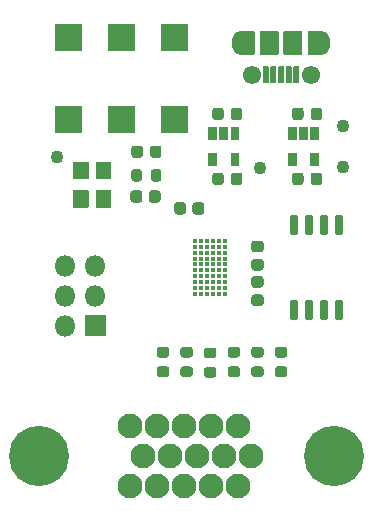
<source format=gbr>
G04 #@! TF.GenerationSoftware,KiCad,Pcbnew,5.1.10-88a1d61d58~88~ubuntu20.04.1*
G04 #@! TF.CreationDate,2021-08-11T17:06:45+02:00*
G04 #@! TF.ProjectId,carrier,63617272-6965-4722-9e6b-696361645f70,0.1*
G04 #@! TF.SameCoordinates,Original*
G04 #@! TF.FileFunction,Soldermask,Top*
G04 #@! TF.FilePolarity,Negative*
%FSLAX46Y46*%
G04 Gerber Fmt 4.6, Leading zero omitted, Abs format (unit mm)*
G04 Created by KiCad (PCBNEW 5.1.10-88a1d61d58~88~ubuntu20.04.1) date 2021-08-11 17:06:45*
%MOMM*%
%LPD*%
G01*
G04 APERTURE LIST*
%ADD10O,1.800000X1.800000*%
%ADD11C,2.100000*%
%ADD12C,5.100000*%
%ADD13C,0.370000*%
%ADD14C,1.550000*%
%ADD15O,1.300000X2.000000*%
%ADD16C,1.100000*%
G04 APERTURE END LIST*
G04 #@! TO.C,J1*
G36*
G01*
X42910000Y-85070000D02*
X42910000Y-86770000D01*
G75*
G02*
X42860000Y-86820000I-50000J0D01*
G01*
X41160000Y-86820000D01*
G75*
G02*
X41110000Y-86770000I0J50000D01*
G01*
X41110000Y-85070000D01*
G75*
G02*
X41160000Y-85020000I50000J0D01*
G01*
X42860000Y-85020000D01*
G75*
G02*
X42910000Y-85070000I0J-50000D01*
G01*
G37*
D10*
X39470000Y-85920000D03*
X42010000Y-83380000D03*
X39470000Y-83380000D03*
X42010000Y-80840000D03*
X39470000Y-80840000D03*
G04 #@! TD*
D11*
G04 #@! TO.C,J2*
X52911000Y-97000000D03*
X50625000Y-97000000D03*
X55197000Y-97000000D03*
X48339000Y-97000000D03*
X46053000Y-97000000D03*
X49480000Y-94460000D03*
X44908000Y-94460000D03*
X54052000Y-94460000D03*
X47194000Y-94460000D03*
X51766000Y-94460000D03*
X44908000Y-99540000D03*
X47194000Y-99540000D03*
X49480000Y-99540000D03*
X51766000Y-99540000D03*
X54052000Y-99540000D03*
D12*
X37235000Y-97000000D03*
X62225000Y-97000000D03*
G04 #@! TD*
D13*
G04 #@! TO.C,ASIC1*
X50480000Y-78750000D03*
X50980000Y-78750000D03*
X51480000Y-78750000D03*
X51980000Y-78750000D03*
X52480000Y-78750000D03*
X52980000Y-78750000D03*
X50480000Y-79250000D03*
X50980000Y-79250000D03*
X51480000Y-79250000D03*
X51980000Y-79250000D03*
X52480000Y-79250000D03*
X52980000Y-79250000D03*
X50480000Y-79750000D03*
X50980000Y-79750000D03*
X51480000Y-79750000D03*
X51980000Y-79750000D03*
X52480000Y-79750000D03*
X52980000Y-79750000D03*
X50480000Y-80250000D03*
X50980000Y-80250000D03*
X51480000Y-80250000D03*
X51980000Y-80250000D03*
X52480000Y-80250000D03*
X52980000Y-80250000D03*
X50480000Y-80750000D03*
X50980000Y-80750000D03*
X51480000Y-80750000D03*
X51980000Y-80750000D03*
X52480000Y-80750000D03*
X52980000Y-80750000D03*
X50480000Y-81250000D03*
X50980000Y-81250000D03*
X51480000Y-81250000D03*
X51980000Y-81250000D03*
X52480000Y-81250000D03*
X52980000Y-81250000D03*
X50480000Y-81750000D03*
X50980000Y-81750000D03*
X51480000Y-81750000D03*
X51980000Y-81750000D03*
X52480000Y-81750000D03*
X52980000Y-81750000D03*
X50480000Y-82250000D03*
X50980000Y-82250000D03*
X51480000Y-82250000D03*
X51980000Y-82250000D03*
X52480000Y-82250000D03*
X52980000Y-82250000D03*
X50480000Y-82750000D03*
X50980000Y-82750000D03*
X51480000Y-82750000D03*
X51980000Y-82750000D03*
X52480000Y-82750000D03*
X52980000Y-82750000D03*
X50480000Y-83250000D03*
X50980000Y-83250000D03*
X51480000Y-83250000D03*
X51980000Y-83250000D03*
X52480000Y-83250000D03*
X52980000Y-83250000D03*
G04 #@! TD*
G04 #@! TO.C,U2*
G36*
G01*
X59000000Y-78250000D02*
X58650000Y-78250000D01*
G75*
G02*
X58475000Y-78075000I0J175000D01*
G01*
X58475000Y-76725000D01*
G75*
G02*
X58650000Y-76550000I175000J0D01*
G01*
X59000000Y-76550000D01*
G75*
G02*
X59175000Y-76725000I0J-175000D01*
G01*
X59175000Y-78075000D01*
G75*
G02*
X59000000Y-78250000I-175000J0D01*
G01*
G37*
G36*
G01*
X60270000Y-78250000D02*
X59920000Y-78250000D01*
G75*
G02*
X59745000Y-78075000I0J175000D01*
G01*
X59745000Y-76725000D01*
G75*
G02*
X59920000Y-76550000I175000J0D01*
G01*
X60270000Y-76550000D01*
G75*
G02*
X60445000Y-76725000I0J-175000D01*
G01*
X60445000Y-78075000D01*
G75*
G02*
X60270000Y-78250000I-175000J0D01*
G01*
G37*
G36*
G01*
X61540000Y-78250000D02*
X61190000Y-78250000D01*
G75*
G02*
X61015000Y-78075000I0J175000D01*
G01*
X61015000Y-76725000D01*
G75*
G02*
X61190000Y-76550000I175000J0D01*
G01*
X61540000Y-76550000D01*
G75*
G02*
X61715000Y-76725000I0J-175000D01*
G01*
X61715000Y-78075000D01*
G75*
G02*
X61540000Y-78250000I-175000J0D01*
G01*
G37*
G36*
G01*
X62810000Y-78250000D02*
X62460000Y-78250000D01*
G75*
G02*
X62285000Y-78075000I0J175000D01*
G01*
X62285000Y-76725000D01*
G75*
G02*
X62460000Y-76550000I175000J0D01*
G01*
X62810000Y-76550000D01*
G75*
G02*
X62985000Y-76725000I0J-175000D01*
G01*
X62985000Y-78075000D01*
G75*
G02*
X62810000Y-78250000I-175000J0D01*
G01*
G37*
G36*
G01*
X62810000Y-85450000D02*
X62460000Y-85450000D01*
G75*
G02*
X62285000Y-85275000I0J175000D01*
G01*
X62285000Y-83925000D01*
G75*
G02*
X62460000Y-83750000I175000J0D01*
G01*
X62810000Y-83750000D01*
G75*
G02*
X62985000Y-83925000I0J-175000D01*
G01*
X62985000Y-85275000D01*
G75*
G02*
X62810000Y-85450000I-175000J0D01*
G01*
G37*
G36*
G01*
X61540000Y-85450000D02*
X61190000Y-85450000D01*
G75*
G02*
X61015000Y-85275000I0J175000D01*
G01*
X61015000Y-83925000D01*
G75*
G02*
X61190000Y-83750000I175000J0D01*
G01*
X61540000Y-83750000D01*
G75*
G02*
X61715000Y-83925000I0J-175000D01*
G01*
X61715000Y-85275000D01*
G75*
G02*
X61540000Y-85450000I-175000J0D01*
G01*
G37*
G36*
G01*
X60270000Y-85450000D02*
X59920000Y-85450000D01*
G75*
G02*
X59745000Y-85275000I0J175000D01*
G01*
X59745000Y-83925000D01*
G75*
G02*
X59920000Y-83750000I175000J0D01*
G01*
X60270000Y-83750000D01*
G75*
G02*
X60445000Y-83925000I0J-175000D01*
G01*
X60445000Y-85275000D01*
G75*
G02*
X60270000Y-85450000I-175000J0D01*
G01*
G37*
G36*
G01*
X59000000Y-85450000D02*
X58650000Y-85450000D01*
G75*
G02*
X58475000Y-85275000I0J175000D01*
G01*
X58475000Y-83925000D01*
G75*
G02*
X58650000Y-83750000I175000J0D01*
G01*
X59000000Y-83750000D01*
G75*
G02*
X59175000Y-83925000I0J-175000D01*
G01*
X59175000Y-85275000D01*
G75*
G02*
X59000000Y-85450000I-175000J0D01*
G01*
G37*
G04 #@! TD*
G04 #@! TO.C,U6*
G36*
G01*
X53505000Y-71270000D02*
X54155000Y-71270000D01*
G75*
G02*
X54205000Y-71320000I0J-50000D01*
G01*
X54205000Y-72380000D01*
G75*
G02*
X54155000Y-72430000I-50000J0D01*
G01*
X53505000Y-72430000D01*
G75*
G02*
X53455000Y-72380000I0J50000D01*
G01*
X53455000Y-71320000D01*
G75*
G02*
X53505000Y-71270000I50000J0D01*
G01*
G37*
G36*
G01*
X51605000Y-71270000D02*
X52255000Y-71270000D01*
G75*
G02*
X52305000Y-71320000I0J-50000D01*
G01*
X52305000Y-72380000D01*
G75*
G02*
X52255000Y-72430000I-50000J0D01*
G01*
X51605000Y-72430000D01*
G75*
G02*
X51555000Y-72380000I0J50000D01*
G01*
X51555000Y-71320000D01*
G75*
G02*
X51605000Y-71270000I50000J0D01*
G01*
G37*
G36*
G01*
X51605000Y-69070000D02*
X52255000Y-69070000D01*
G75*
G02*
X52305000Y-69120000I0J-50000D01*
G01*
X52305000Y-70180000D01*
G75*
G02*
X52255000Y-70230000I-50000J0D01*
G01*
X51605000Y-70230000D01*
G75*
G02*
X51555000Y-70180000I0J50000D01*
G01*
X51555000Y-69120000D01*
G75*
G02*
X51605000Y-69070000I50000J0D01*
G01*
G37*
G36*
G01*
X52555000Y-69070000D02*
X53205000Y-69070000D01*
G75*
G02*
X53255000Y-69120000I0J-50000D01*
G01*
X53255000Y-70180000D01*
G75*
G02*
X53205000Y-70230000I-50000J0D01*
G01*
X52555000Y-70230000D01*
G75*
G02*
X52505000Y-70180000I0J50000D01*
G01*
X52505000Y-69120000D01*
G75*
G02*
X52555000Y-69070000I50000J0D01*
G01*
G37*
G36*
G01*
X53505000Y-69070000D02*
X54155000Y-69070000D01*
G75*
G02*
X54205000Y-69120000I0J-50000D01*
G01*
X54205000Y-70180000D01*
G75*
G02*
X54155000Y-70230000I-50000J0D01*
G01*
X53505000Y-70230000D01*
G75*
G02*
X53455000Y-70180000I0J50000D01*
G01*
X53455000Y-69120000D01*
G75*
G02*
X53505000Y-69070000I50000J0D01*
G01*
G37*
G04 #@! TD*
G04 #@! TO.C,U5*
G36*
G01*
X60255000Y-71270000D02*
X60905000Y-71270000D01*
G75*
G02*
X60955000Y-71320000I0J-50000D01*
G01*
X60955000Y-72380000D01*
G75*
G02*
X60905000Y-72430000I-50000J0D01*
G01*
X60255000Y-72430000D01*
G75*
G02*
X60205000Y-72380000I0J50000D01*
G01*
X60205000Y-71320000D01*
G75*
G02*
X60255000Y-71270000I50000J0D01*
G01*
G37*
G36*
G01*
X58355000Y-71270000D02*
X59005000Y-71270000D01*
G75*
G02*
X59055000Y-71320000I0J-50000D01*
G01*
X59055000Y-72380000D01*
G75*
G02*
X59005000Y-72430000I-50000J0D01*
G01*
X58355000Y-72430000D01*
G75*
G02*
X58305000Y-72380000I0J50000D01*
G01*
X58305000Y-71320000D01*
G75*
G02*
X58355000Y-71270000I50000J0D01*
G01*
G37*
G36*
G01*
X58355000Y-69070000D02*
X59005000Y-69070000D01*
G75*
G02*
X59055000Y-69120000I0J-50000D01*
G01*
X59055000Y-70180000D01*
G75*
G02*
X59005000Y-70230000I-50000J0D01*
G01*
X58355000Y-70230000D01*
G75*
G02*
X58305000Y-70180000I0J50000D01*
G01*
X58305000Y-69120000D01*
G75*
G02*
X58355000Y-69070000I50000J0D01*
G01*
G37*
G36*
G01*
X59305000Y-69070000D02*
X59955000Y-69070000D01*
G75*
G02*
X60005000Y-69120000I0J-50000D01*
G01*
X60005000Y-70180000D01*
G75*
G02*
X59955000Y-70230000I-50000J0D01*
G01*
X59305000Y-70230000D01*
G75*
G02*
X59255000Y-70180000I0J50000D01*
G01*
X59255000Y-69120000D01*
G75*
G02*
X59305000Y-69070000I50000J0D01*
G01*
G37*
G36*
G01*
X60255000Y-69070000D02*
X60905000Y-69070000D01*
G75*
G02*
X60955000Y-69120000I0J-50000D01*
G01*
X60955000Y-70180000D01*
G75*
G02*
X60905000Y-70230000I-50000J0D01*
G01*
X60255000Y-70230000D01*
G75*
G02*
X60205000Y-70180000I0J50000D01*
G01*
X60205000Y-69120000D01*
G75*
G02*
X60255000Y-69070000I50000J0D01*
G01*
G37*
G04 #@! TD*
G04 #@! TO.C,C7*
G36*
G01*
X52880000Y-73218750D02*
X52880000Y-73781250D01*
G75*
G02*
X52636250Y-74025000I-243750J0D01*
G01*
X52148750Y-74025000D01*
G75*
G02*
X51905000Y-73781250I0J243750D01*
G01*
X51905000Y-73218750D01*
G75*
G02*
X52148750Y-72975000I243750J0D01*
G01*
X52636250Y-72975000D01*
G75*
G02*
X52880000Y-73218750I0J-243750D01*
G01*
G37*
G36*
G01*
X54455000Y-73218750D02*
X54455000Y-73781250D01*
G75*
G02*
X54211250Y-74025000I-243750J0D01*
G01*
X53723750Y-74025000D01*
G75*
G02*
X53480000Y-73781250I0J243750D01*
G01*
X53480000Y-73218750D01*
G75*
G02*
X53723750Y-72975000I243750J0D01*
G01*
X54211250Y-72975000D01*
G75*
G02*
X54455000Y-73218750I0J-243750D01*
G01*
G37*
G04 #@! TD*
G04 #@! TO.C,C5*
G36*
G01*
X52880000Y-67718750D02*
X52880000Y-68281250D01*
G75*
G02*
X52636250Y-68525000I-243750J0D01*
G01*
X52148750Y-68525000D01*
G75*
G02*
X51905000Y-68281250I0J243750D01*
G01*
X51905000Y-67718750D01*
G75*
G02*
X52148750Y-67475000I243750J0D01*
G01*
X52636250Y-67475000D01*
G75*
G02*
X52880000Y-67718750I0J-243750D01*
G01*
G37*
G36*
G01*
X54455000Y-67718750D02*
X54455000Y-68281250D01*
G75*
G02*
X54211250Y-68525000I-243750J0D01*
G01*
X53723750Y-68525000D01*
G75*
G02*
X53480000Y-68281250I0J243750D01*
G01*
X53480000Y-67718750D01*
G75*
G02*
X53723750Y-67475000I243750J0D01*
G01*
X54211250Y-67475000D01*
G75*
G02*
X54455000Y-67718750I0J-243750D01*
G01*
G37*
G04 #@! TD*
G04 #@! TO.C,C3*
G36*
G01*
X59630000Y-73218750D02*
X59630000Y-73781250D01*
G75*
G02*
X59386250Y-74025000I-243750J0D01*
G01*
X58898750Y-74025000D01*
G75*
G02*
X58655000Y-73781250I0J243750D01*
G01*
X58655000Y-73218750D01*
G75*
G02*
X58898750Y-72975000I243750J0D01*
G01*
X59386250Y-72975000D01*
G75*
G02*
X59630000Y-73218750I0J-243750D01*
G01*
G37*
G36*
G01*
X61205000Y-73218750D02*
X61205000Y-73781250D01*
G75*
G02*
X60961250Y-74025000I-243750J0D01*
G01*
X60473750Y-74025000D01*
G75*
G02*
X60230000Y-73781250I0J243750D01*
G01*
X60230000Y-73218750D01*
G75*
G02*
X60473750Y-72975000I243750J0D01*
G01*
X60961250Y-72975000D01*
G75*
G02*
X61205000Y-73218750I0J-243750D01*
G01*
G37*
G04 #@! TD*
G04 #@! TO.C,C1*
G36*
G01*
X59630000Y-67718750D02*
X59630000Y-68281250D01*
G75*
G02*
X59386250Y-68525000I-243750J0D01*
G01*
X58898750Y-68525000D01*
G75*
G02*
X58655000Y-68281250I0J243750D01*
G01*
X58655000Y-67718750D01*
G75*
G02*
X58898750Y-67475000I243750J0D01*
G01*
X59386250Y-67475000D01*
G75*
G02*
X59630000Y-67718750I0J-243750D01*
G01*
G37*
G36*
G01*
X61205000Y-67718750D02*
X61205000Y-68281250D01*
G75*
G02*
X60961250Y-68525000I-243750J0D01*
G01*
X60473750Y-68525000D01*
G75*
G02*
X60230000Y-68281250I0J243750D01*
G01*
X60230000Y-67718750D01*
G75*
G02*
X60473750Y-67475000I243750J0D01*
G01*
X60961250Y-67475000D01*
G75*
G02*
X61205000Y-67718750I0J-243750D01*
G01*
G37*
G04 #@! TD*
G04 #@! TO.C,C9*
G36*
G01*
X56005000Y-82725000D02*
X55455000Y-82725000D01*
G75*
G02*
X55205000Y-82475000I0J250000D01*
G01*
X55205000Y-81975000D01*
G75*
G02*
X55455000Y-81725000I250000J0D01*
G01*
X56005000Y-81725000D01*
G75*
G02*
X56255000Y-81975000I0J-250000D01*
G01*
X56255000Y-82475000D01*
G75*
G02*
X56005000Y-82725000I-250000J0D01*
G01*
G37*
G36*
G01*
X56005000Y-84275000D02*
X55455000Y-84275000D01*
G75*
G02*
X55205000Y-84025000I0J250000D01*
G01*
X55205000Y-83525000D01*
G75*
G02*
X55455000Y-83275000I250000J0D01*
G01*
X56005000Y-83275000D01*
G75*
G02*
X56255000Y-83525000I0J-250000D01*
G01*
X56255000Y-84025000D01*
G75*
G02*
X56005000Y-84275000I-250000J0D01*
G01*
G37*
G04 #@! TD*
G04 #@! TO.C,C10*
G36*
G01*
X51230000Y-75725000D02*
X51230000Y-76275000D01*
G75*
G02*
X50980000Y-76525000I-250000J0D01*
G01*
X50480000Y-76525000D01*
G75*
G02*
X50230000Y-76275000I0J250000D01*
G01*
X50230000Y-75725000D01*
G75*
G02*
X50480000Y-75475000I250000J0D01*
G01*
X50980000Y-75475000D01*
G75*
G02*
X51230000Y-75725000I0J-250000D01*
G01*
G37*
G36*
G01*
X49680000Y-75725000D02*
X49680000Y-76275000D01*
G75*
G02*
X49430000Y-76525000I-250000J0D01*
G01*
X48930000Y-76525000D01*
G75*
G02*
X48680000Y-76275000I0J250000D01*
G01*
X48680000Y-75725000D01*
G75*
G02*
X48930000Y-75475000I250000J0D01*
G01*
X49430000Y-75475000D01*
G75*
G02*
X49680000Y-75725000I0J-250000D01*
G01*
G37*
G04 #@! TD*
G04 #@! TO.C,C11*
G36*
G01*
X55455000Y-80275000D02*
X56005000Y-80275000D01*
G75*
G02*
X56255000Y-80525000I0J-250000D01*
G01*
X56255000Y-81025000D01*
G75*
G02*
X56005000Y-81275000I-250000J0D01*
G01*
X55455000Y-81275000D01*
G75*
G02*
X55205000Y-81025000I0J250000D01*
G01*
X55205000Y-80525000D01*
G75*
G02*
X55455000Y-80275000I250000J0D01*
G01*
G37*
G36*
G01*
X55455000Y-78725000D02*
X56005000Y-78725000D01*
G75*
G02*
X56255000Y-78975000I0J-250000D01*
G01*
X56255000Y-79475000D01*
G75*
G02*
X56005000Y-79725000I-250000J0D01*
G01*
X55455000Y-79725000D01*
G75*
G02*
X55205000Y-79475000I0J250000D01*
G01*
X55205000Y-78975000D01*
G75*
G02*
X55455000Y-78725000I250000J0D01*
G01*
G37*
G04 #@! TD*
G04 #@! TO.C,C16*
G36*
G01*
X44980000Y-75275000D02*
X44980000Y-74725000D01*
G75*
G02*
X45230000Y-74475000I250000J0D01*
G01*
X45730000Y-74475000D01*
G75*
G02*
X45980000Y-74725000I0J-250000D01*
G01*
X45980000Y-75275000D01*
G75*
G02*
X45730000Y-75525000I-250000J0D01*
G01*
X45230000Y-75525000D01*
G75*
G02*
X44980000Y-75275000I0J250000D01*
G01*
G37*
G36*
G01*
X46530000Y-75275000D02*
X46530000Y-74725000D01*
G75*
G02*
X46780000Y-74475000I250000J0D01*
G01*
X47280000Y-74475000D01*
G75*
G02*
X47530000Y-74725000I0J-250000D01*
G01*
X47530000Y-75275000D01*
G75*
G02*
X47280000Y-75525000I-250000J0D01*
G01*
X46780000Y-75525000D01*
G75*
G02*
X46530000Y-75275000I0J250000D01*
G01*
G37*
G04 #@! TD*
G04 #@! TO.C,R1*
G36*
G01*
X58030000Y-88625000D02*
X57430000Y-88625000D01*
G75*
G02*
X57205000Y-88400000I0J225000D01*
G01*
X57205000Y-87950000D01*
G75*
G02*
X57430000Y-87725000I225000J0D01*
G01*
X58030000Y-87725000D01*
G75*
G02*
X58255000Y-87950000I0J-225000D01*
G01*
X58255000Y-88400000D01*
G75*
G02*
X58030000Y-88625000I-225000J0D01*
G01*
G37*
G36*
G01*
X58030000Y-90275000D02*
X57430000Y-90275000D01*
G75*
G02*
X57205000Y-90050000I0J225000D01*
G01*
X57205000Y-89600000D01*
G75*
G02*
X57430000Y-89375000I225000J0D01*
G01*
X58030000Y-89375000D01*
G75*
G02*
X58255000Y-89600000I0J-225000D01*
G01*
X58255000Y-90050000D01*
G75*
G02*
X58030000Y-90275000I-225000J0D01*
G01*
G37*
G04 #@! TD*
G04 #@! TO.C,R2*
G36*
G01*
X56030000Y-90275000D02*
X55430000Y-90275000D01*
G75*
G02*
X55205000Y-90050000I0J225000D01*
G01*
X55205000Y-89600000D01*
G75*
G02*
X55430000Y-89375000I225000J0D01*
G01*
X56030000Y-89375000D01*
G75*
G02*
X56255000Y-89600000I0J-225000D01*
G01*
X56255000Y-90050000D01*
G75*
G02*
X56030000Y-90275000I-225000J0D01*
G01*
G37*
G36*
G01*
X56030000Y-88625000D02*
X55430000Y-88625000D01*
G75*
G02*
X55205000Y-88400000I0J225000D01*
G01*
X55205000Y-87950000D01*
G75*
G02*
X55430000Y-87725000I225000J0D01*
G01*
X56030000Y-87725000D01*
G75*
G02*
X56255000Y-87950000I0J-225000D01*
G01*
X56255000Y-88400000D01*
G75*
G02*
X56030000Y-88625000I-225000J0D01*
G01*
G37*
G04 #@! TD*
G04 #@! TO.C,R3*
G36*
G01*
X54030000Y-88625000D02*
X53430000Y-88625000D01*
G75*
G02*
X53205000Y-88400000I0J225000D01*
G01*
X53205000Y-87950000D01*
G75*
G02*
X53430000Y-87725000I225000J0D01*
G01*
X54030000Y-87725000D01*
G75*
G02*
X54255000Y-87950000I0J-225000D01*
G01*
X54255000Y-88400000D01*
G75*
G02*
X54030000Y-88625000I-225000J0D01*
G01*
G37*
G36*
G01*
X54030000Y-90275000D02*
X53430000Y-90275000D01*
G75*
G02*
X53205000Y-90050000I0J225000D01*
G01*
X53205000Y-89600000D01*
G75*
G02*
X53430000Y-89375000I225000J0D01*
G01*
X54030000Y-89375000D01*
G75*
G02*
X54255000Y-89600000I0J-225000D01*
G01*
X54255000Y-90050000D01*
G75*
G02*
X54030000Y-90275000I-225000J0D01*
G01*
G37*
G04 #@! TD*
G04 #@! TO.C,R4*
G36*
G01*
X52030000Y-90330001D02*
X51430000Y-90330001D01*
G75*
G02*
X51205000Y-90105001I0J225000D01*
G01*
X51205000Y-89655001D01*
G75*
G02*
X51430000Y-89430001I225000J0D01*
G01*
X52030000Y-89430001D01*
G75*
G02*
X52255000Y-89655001I0J-225000D01*
G01*
X52255000Y-90105001D01*
G75*
G02*
X52030000Y-90330001I-225000J0D01*
G01*
G37*
G36*
G01*
X52030000Y-88680001D02*
X51430000Y-88680001D01*
G75*
G02*
X51205000Y-88455001I0J225000D01*
G01*
X51205000Y-88005001D01*
G75*
G02*
X51430000Y-87780001I225000J0D01*
G01*
X52030000Y-87780001D01*
G75*
G02*
X52255000Y-88005001I0J-225000D01*
G01*
X52255000Y-88455001D01*
G75*
G02*
X52030000Y-88680001I-225000J0D01*
G01*
G37*
G04 #@! TD*
G04 #@! TO.C,R5*
G36*
G01*
X50030000Y-88625000D02*
X49430000Y-88625000D01*
G75*
G02*
X49205000Y-88400000I0J225000D01*
G01*
X49205000Y-87950000D01*
G75*
G02*
X49430000Y-87725000I225000J0D01*
G01*
X50030000Y-87725000D01*
G75*
G02*
X50255000Y-87950000I0J-225000D01*
G01*
X50255000Y-88400000D01*
G75*
G02*
X50030000Y-88625000I-225000J0D01*
G01*
G37*
G36*
G01*
X50030000Y-90275000D02*
X49430000Y-90275000D01*
G75*
G02*
X49205000Y-90050000I0J225000D01*
G01*
X49205000Y-89600000D01*
G75*
G02*
X49430000Y-89375000I225000J0D01*
G01*
X50030000Y-89375000D01*
G75*
G02*
X50255000Y-89600000I0J-225000D01*
G01*
X50255000Y-90050000D01*
G75*
G02*
X50030000Y-90275000I-225000J0D01*
G01*
G37*
G04 #@! TD*
G04 #@! TO.C,R6*
G36*
G01*
X48030000Y-90275000D02*
X47430000Y-90275000D01*
G75*
G02*
X47205000Y-90050000I0J225000D01*
G01*
X47205000Y-89600000D01*
G75*
G02*
X47430000Y-89375000I225000J0D01*
G01*
X48030000Y-89375000D01*
G75*
G02*
X48255000Y-89600000I0J-225000D01*
G01*
X48255000Y-90050000D01*
G75*
G02*
X48030000Y-90275000I-225000J0D01*
G01*
G37*
G36*
G01*
X48030000Y-88625000D02*
X47430000Y-88625000D01*
G75*
G02*
X47205000Y-88400000I0J225000D01*
G01*
X47205000Y-87950000D01*
G75*
G02*
X47430000Y-87725000I225000J0D01*
G01*
X48030000Y-87725000D01*
G75*
G02*
X48255000Y-87950000I0J-225000D01*
G01*
X48255000Y-88400000D01*
G75*
G02*
X48030000Y-88625000I-225000J0D01*
G01*
G37*
G04 #@! TD*
G04 #@! TO.C,J3*
G36*
G01*
X57530000Y-61050000D02*
X57530000Y-62950000D01*
G75*
G02*
X57480000Y-63000000I-50000J0D01*
G01*
X55980000Y-63000000D01*
G75*
G02*
X55930000Y-62950000I0J50000D01*
G01*
X55930000Y-61050000D01*
G75*
G02*
X55980000Y-61000000I50000J0D01*
G01*
X57480000Y-61000000D01*
G75*
G02*
X57530000Y-61050000I0J-50000D01*
G01*
G37*
D14*
X60230000Y-64700000D03*
G36*
G01*
X58630000Y-64025000D02*
X58630000Y-65375000D01*
G75*
G02*
X58580000Y-65425000I-50000J0D01*
G01*
X58180000Y-65425000D01*
G75*
G02*
X58130000Y-65375000I0J50000D01*
G01*
X58130000Y-64025000D01*
G75*
G02*
X58180000Y-63975000I50000J0D01*
G01*
X58580000Y-63975000D01*
G75*
G02*
X58630000Y-64025000I0J-50000D01*
G01*
G37*
G36*
G01*
X59280000Y-64025000D02*
X59280000Y-65375000D01*
G75*
G02*
X59230000Y-65425000I-50000J0D01*
G01*
X58830000Y-65425000D01*
G75*
G02*
X58780000Y-65375000I0J50000D01*
G01*
X58780000Y-64025000D01*
G75*
G02*
X58830000Y-63975000I50000J0D01*
G01*
X59230000Y-63975000D01*
G75*
G02*
X59280000Y-64025000I0J-50000D01*
G01*
G37*
G36*
G01*
X56680000Y-64025000D02*
X56680000Y-65375000D01*
G75*
G02*
X56630000Y-65425000I-50000J0D01*
G01*
X56230000Y-65425000D01*
G75*
G02*
X56180000Y-65375000I0J50000D01*
G01*
X56180000Y-64025000D01*
G75*
G02*
X56230000Y-63975000I50000J0D01*
G01*
X56630000Y-63975000D01*
G75*
G02*
X56680000Y-64025000I0J-50000D01*
G01*
G37*
G36*
G01*
X57330000Y-64025000D02*
X57330000Y-65375000D01*
G75*
G02*
X57280000Y-65425000I-50000J0D01*
G01*
X56880000Y-65425000D01*
G75*
G02*
X56830000Y-65375000I0J50000D01*
G01*
X56830000Y-64025000D01*
G75*
G02*
X56880000Y-63975000I50000J0D01*
G01*
X57280000Y-63975000D01*
G75*
G02*
X57330000Y-64025000I0J-50000D01*
G01*
G37*
G36*
G01*
X57980000Y-64025000D02*
X57980000Y-65375000D01*
G75*
G02*
X57930000Y-65425000I-50000J0D01*
G01*
X57530000Y-65425000D01*
G75*
G02*
X57480000Y-65375000I0J50000D01*
G01*
X57480000Y-64025000D01*
G75*
G02*
X57530000Y-63975000I50000J0D01*
G01*
X57930000Y-63975000D01*
G75*
G02*
X57980000Y-64025000I0J-50000D01*
G01*
G37*
X55230000Y-64700000D03*
G36*
G01*
X59530000Y-61050000D02*
X59530000Y-62950000D01*
G75*
G02*
X59480000Y-63000000I-50000J0D01*
G01*
X57980000Y-63000000D01*
G75*
G02*
X57930000Y-62950000I0J50000D01*
G01*
X57930000Y-61050000D01*
G75*
G02*
X57980000Y-61000000I50000J0D01*
G01*
X59480000Y-61000000D01*
G75*
G02*
X59530000Y-61050000I0J-50000D01*
G01*
G37*
D15*
X61230000Y-62000000D03*
X54230000Y-62000000D03*
G36*
G01*
X55480000Y-61050000D02*
X55480000Y-62950000D01*
G75*
G02*
X55430000Y-63000000I-50000J0D01*
G01*
X54230000Y-63000000D01*
G75*
G02*
X54180000Y-62950000I0J50000D01*
G01*
X54180000Y-61050000D01*
G75*
G02*
X54230000Y-61000000I50000J0D01*
G01*
X55430000Y-61000000D01*
G75*
G02*
X55480000Y-61050000I0J-50000D01*
G01*
G37*
G36*
G01*
X61280000Y-61050000D02*
X61280000Y-62950000D01*
G75*
G02*
X61230000Y-63000000I-50000J0D01*
G01*
X60030000Y-63000000D01*
G75*
G02*
X59980000Y-62950000I0J50000D01*
G01*
X59980000Y-61050000D01*
G75*
G02*
X60030000Y-61000000I50000J0D01*
G01*
X61230000Y-61000000D01*
G75*
G02*
X61280000Y-61050000I0J-50000D01*
G01*
G37*
G04 #@! TD*
G04 #@! TO.C,D1*
G36*
G01*
X45055000Y-71481250D02*
X45055000Y-70918750D01*
G75*
G02*
X45298750Y-70675000I243750J0D01*
G01*
X45786250Y-70675000D01*
G75*
G02*
X46030000Y-70918750I0J-243750D01*
G01*
X46030000Y-71481250D01*
G75*
G02*
X45786250Y-71725000I-243750J0D01*
G01*
X45298750Y-71725000D01*
G75*
G02*
X45055000Y-71481250I0J243750D01*
G01*
G37*
G36*
G01*
X46630000Y-71481250D02*
X46630000Y-70918750D01*
G75*
G02*
X46873750Y-70675000I243750J0D01*
G01*
X47361250Y-70675000D01*
G75*
G02*
X47605000Y-70918750I0J-243750D01*
G01*
X47605000Y-71481250D01*
G75*
G02*
X47361250Y-71725000I-243750J0D01*
G01*
X46873750Y-71725000D01*
G75*
G02*
X46630000Y-71481250I0J243750D01*
G01*
G37*
G04 #@! TD*
G04 #@! TO.C,R7*
G36*
G01*
X45055000Y-73500000D02*
X45055000Y-72900000D01*
G75*
G02*
X45280000Y-72675000I225000J0D01*
G01*
X45730000Y-72675000D01*
G75*
G02*
X45955000Y-72900000I0J-225000D01*
G01*
X45955000Y-73500000D01*
G75*
G02*
X45730000Y-73725000I-225000J0D01*
G01*
X45280000Y-73725000D01*
G75*
G02*
X45055000Y-73500000I0J225000D01*
G01*
G37*
G36*
G01*
X46705000Y-73500000D02*
X46705000Y-72900000D01*
G75*
G02*
X46930000Y-72675000I225000J0D01*
G01*
X47380000Y-72675000D01*
G75*
G02*
X47605000Y-72900000I0J-225000D01*
G01*
X47605000Y-73500000D01*
G75*
G02*
X47380000Y-73725000I-225000J0D01*
G01*
X46930000Y-73725000D01*
G75*
G02*
X46705000Y-73500000I0J225000D01*
G01*
G37*
G04 #@! TD*
G04 #@! TO.C,SW1*
G36*
G01*
X47630000Y-60400000D02*
X49830000Y-60400000D01*
G75*
G02*
X49880000Y-60450000I0J-50000D01*
G01*
X49880000Y-62650000D01*
G75*
G02*
X49830000Y-62700000I-50000J0D01*
G01*
X47630000Y-62700000D01*
G75*
G02*
X47580000Y-62650000I0J50000D01*
G01*
X47580000Y-60450000D01*
G75*
G02*
X47630000Y-60400000I50000J0D01*
G01*
G37*
G36*
G01*
X47630000Y-67300000D02*
X49830000Y-67300000D01*
G75*
G02*
X49880000Y-67350000I0J-50000D01*
G01*
X49880000Y-69550000D01*
G75*
G02*
X49830000Y-69600000I-50000J0D01*
G01*
X47630000Y-69600000D01*
G75*
G02*
X47580000Y-69550000I0J50000D01*
G01*
X47580000Y-67350000D01*
G75*
G02*
X47630000Y-67300000I50000J0D01*
G01*
G37*
G04 #@! TD*
G04 #@! TO.C,SW2*
G36*
G01*
X43130000Y-67300000D02*
X45330000Y-67300000D01*
G75*
G02*
X45380000Y-67350000I0J-50000D01*
G01*
X45380000Y-69550000D01*
G75*
G02*
X45330000Y-69600000I-50000J0D01*
G01*
X43130000Y-69600000D01*
G75*
G02*
X43080000Y-69550000I0J50000D01*
G01*
X43080000Y-67350000D01*
G75*
G02*
X43130000Y-67300000I50000J0D01*
G01*
G37*
G36*
G01*
X43130000Y-60400000D02*
X45330000Y-60400000D01*
G75*
G02*
X45380000Y-60450000I0J-50000D01*
G01*
X45380000Y-62650000D01*
G75*
G02*
X45330000Y-62700000I-50000J0D01*
G01*
X43130000Y-62700000D01*
G75*
G02*
X43080000Y-62650000I0J50000D01*
G01*
X43080000Y-60450000D01*
G75*
G02*
X43130000Y-60400000I50000J0D01*
G01*
G37*
G04 #@! TD*
G04 #@! TO.C,SW3*
G36*
G01*
X38630000Y-60400000D02*
X40830000Y-60400000D01*
G75*
G02*
X40880000Y-60450000I0J-50000D01*
G01*
X40880000Y-62650000D01*
G75*
G02*
X40830000Y-62700000I-50000J0D01*
G01*
X38630000Y-62700000D01*
G75*
G02*
X38580000Y-62650000I0J50000D01*
G01*
X38580000Y-60450000D01*
G75*
G02*
X38630000Y-60400000I50000J0D01*
G01*
G37*
G36*
G01*
X38630000Y-67300000D02*
X40830000Y-67300000D01*
G75*
G02*
X40880000Y-67350000I0J-50000D01*
G01*
X40880000Y-69550000D01*
G75*
G02*
X40830000Y-69600000I-50000J0D01*
G01*
X38630000Y-69600000D01*
G75*
G02*
X38580000Y-69550000I0J50000D01*
G01*
X38580000Y-67350000D01*
G75*
G02*
X38630000Y-67300000I50000J0D01*
G01*
G37*
G04 #@! TD*
G04 #@! TO.C,X1*
G36*
G01*
X40180000Y-72050000D02*
X41380000Y-72050000D01*
G75*
G02*
X41430000Y-72100000I0J-50000D01*
G01*
X41430000Y-73500000D01*
G75*
G02*
X41380000Y-73550000I-50000J0D01*
G01*
X40180000Y-73550000D01*
G75*
G02*
X40130000Y-73500000I0J50000D01*
G01*
X40130000Y-72100000D01*
G75*
G02*
X40180000Y-72050000I50000J0D01*
G01*
G37*
G36*
G01*
X40180000Y-74450000D02*
X41380000Y-74450000D01*
G75*
G02*
X41430000Y-74500000I0J-50000D01*
G01*
X41430000Y-75900000D01*
G75*
G02*
X41380000Y-75950000I-50000J0D01*
G01*
X40180000Y-75950000D01*
G75*
G02*
X40130000Y-75900000I0J50000D01*
G01*
X40130000Y-74500000D01*
G75*
G02*
X40180000Y-74450000I50000J0D01*
G01*
G37*
G36*
G01*
X42080000Y-74450000D02*
X43280000Y-74450000D01*
G75*
G02*
X43330000Y-74500000I0J-50000D01*
G01*
X43330000Y-75900000D01*
G75*
G02*
X43280000Y-75950000I-50000J0D01*
G01*
X42080000Y-75950000D01*
G75*
G02*
X42030000Y-75900000I0J50000D01*
G01*
X42030000Y-74500000D01*
G75*
G02*
X42080000Y-74450000I50000J0D01*
G01*
G37*
G36*
G01*
X42080000Y-72050000D02*
X43280000Y-72050000D01*
G75*
G02*
X43330000Y-72100000I0J-50000D01*
G01*
X43330000Y-73500000D01*
G75*
G02*
X43280000Y-73550000I-50000J0D01*
G01*
X42080000Y-73550000D01*
G75*
G02*
X42030000Y-73500000I0J50000D01*
G01*
X42030000Y-72100000D01*
G75*
G02*
X42080000Y-72050000I50000J0D01*
G01*
G37*
G04 #@! TD*
D16*
G04 #@! TO.C,TP1*
X38750000Y-71630000D03*
G04 #@! TD*
G04 #@! TO.C,TP9*
X62980000Y-72500000D03*
G04 #@! TD*
G04 #@! TO.C,TP10*
X62980000Y-69000000D03*
G04 #@! TD*
G04 #@! TO.C,TP11*
X55930000Y-72600000D03*
G04 #@! TD*
M02*

</source>
